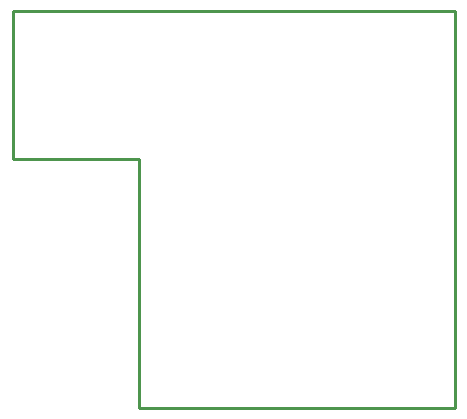
<source format=gko>
G04 Layer_Color=16711935*
%FSLAX24Y24*%
%MOIN*%
G70*
G01*
G75*
%ADD10C,0.0100*%
D10*
X10520Y0D02*
Y13220D01*
X0Y0D02*
X10520D01*
X-4210Y13220D02*
X10520D01*
X-4210Y8270D02*
Y13220D01*
X0Y0D02*
Y8270D01*
X-4210D02*
X0D01*
M02*

</source>
